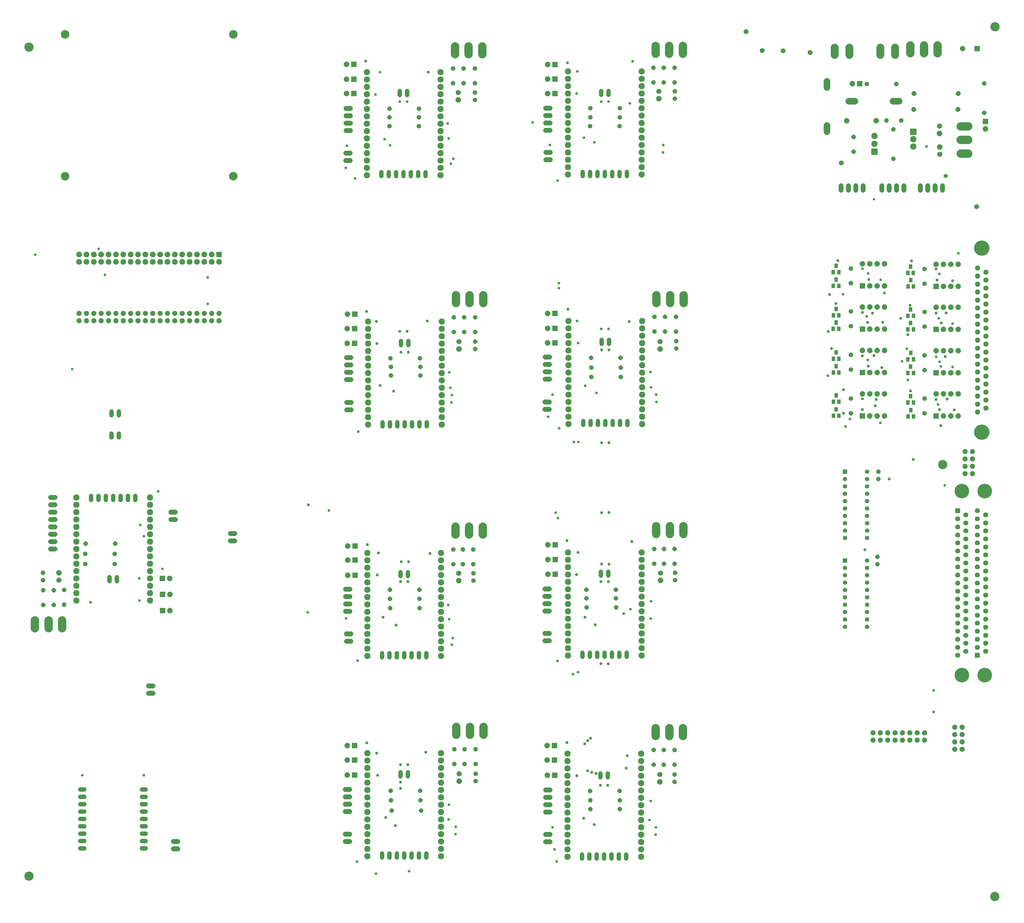
<source format=gbr>
G04 EAGLE Gerber RS-274X export*
G75*
%MOMM*%
%FSLAX34Y34*%
%LPD*%
%INSoldermask Top*%
%IPPOS*%
%AMOC8*
5,1,8,0,0,1.08239X$1,22.5*%
G01*
%ADD10C,3.203200*%
%ADD11R,1.879600X1.879600*%
%ADD12C,1.879600*%
%ADD13C,2.133600*%
%ADD14P,1.951982X8X112.500000*%
%ADD15C,1.803400*%
%ADD16P,1.649562X8X292.500000*%
%ADD17P,1.951982X8X292.500000*%
%ADD18P,1.649562X8X22.500000*%
%ADD19R,1.203200X1.603200*%
%ADD20C,2.298700*%
%ADD21C,1.524000*%
%ADD22C,2.743200*%
%ADD23R,2.183200X2.183200*%
%ADD24C,2.183200*%
%ADD25P,2.034460X8X22.500000*%
%ADD26P,2.034460X8X112.500000*%
%ADD27P,2.034460X8X202.500000*%
%ADD28P,1.759533X8X22.500000*%
%ADD29P,1.649562X8X202.500000*%
%ADD30P,1.759533X8X202.500000*%
%ADD31P,1.649562X8X112.500000*%
%ADD32C,1.727200*%
%ADD33C,2.908300*%
%ADD34R,1.498600X1.498600*%
%ADD35C,1.498600*%
%ADD36R,1.981200X1.981200*%
%ADD37C,1.981200*%
%ADD38C,2.953200*%
%ADD39R,1.753200X1.753200*%
%ADD40C,1.753200*%
%ADD41C,5.053200*%
%ADD42P,1.869504X8X112.500000*%
%ADD43C,5.283200*%
%ADD44P,1.869504X8X22.500000*%
%ADD45R,1.853200X1.853200*%
%ADD46C,1.853200*%
%ADD47P,1.869504X8X292.500000*%
%ADD48P,1.869504X8X202.500000*%
%ADD49C,0.959600*%
%ADD50C,1.009600*%
%ADD51C,1.703200*%
%ADD52C,0.909600*%
%ADD53C,1.403200*%


D10*
X120000Y2980000D03*
X120000Y120000D03*
X3270600Y1540000D03*
X3450300Y3050500D03*
X3449800Y50000D03*
D11*
X2993300Y1707500D03*
D12*
X3018700Y1707500D03*
X3044100Y1707500D03*
X3069500Y1707500D03*
X3069500Y1783700D03*
X3044100Y1783700D03*
X3018700Y1783700D03*
X2993300Y1783700D03*
D11*
X2993100Y2007100D03*
D12*
X3018500Y2007100D03*
X3043900Y2007100D03*
X3069300Y2007100D03*
X3069300Y2083300D03*
X3043900Y2083300D03*
X3018500Y2083300D03*
X2993100Y2083300D03*
D11*
X2993400Y2156300D03*
D12*
X3018800Y2156300D03*
X3044200Y2156300D03*
X3069600Y2156300D03*
X3069600Y2232500D03*
X3044200Y2232500D03*
X3018800Y2232500D03*
X2993400Y2232500D03*
D11*
X3247500Y2154500D03*
D12*
X3272900Y2154500D03*
X3298300Y2154500D03*
X3323700Y2154500D03*
X3323700Y2230700D03*
X3298300Y2230700D03*
X3272900Y2230700D03*
X3247500Y2230700D03*
D11*
X3247000Y1707400D03*
D12*
X3272400Y1707400D03*
X3297800Y1707400D03*
X3323200Y1707400D03*
X3323200Y1783600D03*
X3297800Y1783600D03*
X3272400Y1783600D03*
X3247000Y1783600D03*
D11*
X3247600Y1856500D03*
D12*
X3273000Y1856500D03*
X3298400Y1856500D03*
X3323800Y1856500D03*
X3323800Y1932700D03*
X3298400Y1932700D03*
X3273000Y1932700D03*
X3247600Y1932700D03*
D11*
X2993300Y1857400D03*
D12*
X3018700Y1857400D03*
X3044100Y1857400D03*
X3069500Y1857400D03*
X3069500Y1933600D03*
X3044100Y1933600D03*
X3018700Y1933600D03*
X2993300Y1933600D03*
D11*
X3247300Y2005900D03*
D12*
X3272700Y2005900D03*
X3298100Y2005900D03*
X3323500Y2005900D03*
X3323500Y2082100D03*
X3298100Y2082100D03*
X3272700Y2082100D03*
X3247300Y2082100D03*
D13*
X1977900Y2896000D03*
X1977900Y2870600D03*
X1977900Y2845200D03*
X1977900Y2819800D03*
X1977900Y2794400D03*
X1977900Y2769000D03*
X1977900Y2743600D03*
X1977900Y2718200D03*
X1977900Y2692800D03*
X1977900Y2667400D03*
X1977900Y2642000D03*
X1977900Y2616600D03*
X1977900Y2591200D03*
X1977900Y2565800D03*
X1977900Y2540400D03*
X2231900Y2896000D03*
X2231900Y2870600D03*
X2231900Y2845200D03*
X2231900Y2819800D03*
X2231900Y2794400D03*
X2231900Y2769000D03*
X2231900Y2743600D03*
X2231900Y2718200D03*
X2231900Y2692800D03*
X2231900Y2667400D03*
X2231900Y2642000D03*
X2231900Y2616600D03*
X2231900Y2591200D03*
X2231900Y2565800D03*
X2231900Y2540400D03*
X1284500Y2893500D03*
X1284500Y2868100D03*
X1284500Y2842700D03*
X1284500Y2817300D03*
X1284500Y2791900D03*
X1284500Y2766500D03*
X1284500Y2741100D03*
X1284500Y2715700D03*
X1284500Y2690300D03*
X1284500Y2664900D03*
X1284500Y2639500D03*
X1284500Y2614100D03*
X1284500Y2588700D03*
X1284500Y2563300D03*
X1284500Y2537900D03*
X1538500Y2893500D03*
X1538500Y2868100D03*
X1538500Y2842700D03*
X1538500Y2817300D03*
X1538500Y2791900D03*
X1538500Y2766500D03*
X1538500Y2741100D03*
X1538500Y2715700D03*
X1538500Y2690300D03*
X1538500Y2664900D03*
X1538500Y2639500D03*
X1538500Y2614100D03*
X1538500Y2588700D03*
X1538500Y2563300D03*
X1538500Y2537900D03*
X1980300Y2035100D03*
X1980300Y2009700D03*
X1980300Y1984300D03*
X1980300Y1958900D03*
X1980300Y1933500D03*
X1980300Y1908100D03*
X1980300Y1882700D03*
X1980300Y1857300D03*
X1980300Y1831900D03*
X1980300Y1806500D03*
X1980300Y1781100D03*
X1980300Y1755700D03*
X1980300Y1730300D03*
X1980300Y1704900D03*
X1980300Y1679500D03*
X2234300Y2035100D03*
X2234300Y2009700D03*
X2234300Y1984300D03*
X2234300Y1958900D03*
X2234300Y1933500D03*
X2234300Y1908100D03*
X2234300Y1882700D03*
X2234300Y1857300D03*
X2234300Y1831900D03*
X2234300Y1806500D03*
X2234300Y1781100D03*
X2234300Y1755700D03*
X2234300Y1730300D03*
X2234300Y1704900D03*
X2234300Y1679500D03*
X1288700Y2033300D03*
X1288700Y2007900D03*
X1288700Y1982500D03*
X1288700Y1957100D03*
X1288700Y1931700D03*
X1288700Y1906300D03*
X1288700Y1880900D03*
X1288700Y1855500D03*
X1288700Y1830100D03*
X1288700Y1804700D03*
X1288700Y1779300D03*
X1288700Y1753900D03*
X1288700Y1728500D03*
X1288700Y1703100D03*
X1288700Y1677700D03*
X1542700Y2033300D03*
X1542700Y2007900D03*
X1542700Y1982500D03*
X1542700Y1957100D03*
X1542700Y1931700D03*
X1542700Y1906300D03*
X1542700Y1880900D03*
X1542700Y1855500D03*
X1542700Y1830100D03*
X1542700Y1804700D03*
X1542700Y1779300D03*
X1542700Y1753900D03*
X1542700Y1728500D03*
X1542700Y1703100D03*
X1542700Y1677700D03*
X1978400Y1237000D03*
X1978400Y1211600D03*
X1978400Y1186200D03*
X1978400Y1160800D03*
X1978400Y1135400D03*
X1978400Y1110000D03*
X1978400Y1084600D03*
X1978400Y1059200D03*
X1978400Y1033800D03*
X1978400Y1008400D03*
X1978400Y983000D03*
X1978400Y957600D03*
X1978400Y932200D03*
X1978400Y906800D03*
X1978400Y881400D03*
X2232400Y1237000D03*
X2232400Y1211600D03*
X2232400Y1186200D03*
X2232400Y1160800D03*
X2232400Y1135400D03*
X2232400Y1110000D03*
X2232400Y1084600D03*
X2232400Y1059200D03*
X2232400Y1033800D03*
X2232400Y1008400D03*
X2232400Y983000D03*
X2232400Y957600D03*
X2232400Y932200D03*
X2232400Y906800D03*
X2232400Y881400D03*
X1286400Y1235100D03*
X1286400Y1209700D03*
X1286400Y1184300D03*
X1286400Y1158900D03*
X1286400Y1133500D03*
X1286400Y1108100D03*
X1286400Y1082700D03*
X1286400Y1057300D03*
X1286400Y1031900D03*
X1286400Y1006500D03*
X1286400Y981100D03*
X1286400Y955700D03*
X1286400Y930300D03*
X1286400Y904900D03*
X1286400Y879500D03*
X1540400Y1235100D03*
X1540400Y1209700D03*
X1540400Y1184300D03*
X1540400Y1158900D03*
X1540400Y1133500D03*
X1540400Y1108100D03*
X1540400Y1082700D03*
X1540400Y1057300D03*
X1540400Y1031900D03*
X1540400Y1006500D03*
X1540400Y981100D03*
X1540400Y955700D03*
X1540400Y930300D03*
X1540400Y904900D03*
X1540400Y879500D03*
X1286700Y544200D03*
X1286700Y518800D03*
X1286700Y493400D03*
X1286700Y468000D03*
X1286700Y442600D03*
X1286700Y417200D03*
X1286700Y391800D03*
X1286700Y366400D03*
X1286700Y341000D03*
X1286700Y315600D03*
X1286700Y290200D03*
X1286700Y264800D03*
X1286700Y239400D03*
X1286700Y214000D03*
X1286700Y188600D03*
X1540700Y544200D03*
X1540700Y518800D03*
X1540700Y493400D03*
X1540700Y468000D03*
X1540700Y442600D03*
X1540700Y417200D03*
X1540700Y391800D03*
X1540700Y366400D03*
X1540700Y341000D03*
X1540700Y315600D03*
X1540700Y290200D03*
X1540700Y264800D03*
X1540700Y239400D03*
X1540700Y214000D03*
X1540700Y188600D03*
X1976200Y542400D03*
X1976200Y517000D03*
X1976200Y491600D03*
X1976200Y466200D03*
X1976200Y440800D03*
X1976200Y415400D03*
X1976200Y390000D03*
X1976200Y364600D03*
X1976200Y339200D03*
X1976200Y313800D03*
X1976200Y288400D03*
X1976200Y263000D03*
X1976200Y237600D03*
X1976200Y212200D03*
X1976200Y186800D03*
X2230200Y542400D03*
X2230200Y517000D03*
X2230200Y491600D03*
X2230200Y466200D03*
X2230200Y440800D03*
X2230200Y415400D03*
X2230200Y390000D03*
X2230200Y364600D03*
X2230200Y339200D03*
X2230200Y313800D03*
X2230200Y288400D03*
X2230200Y263000D03*
X2230200Y237600D03*
X2230200Y212200D03*
X2230200Y186800D03*
X536900Y1070800D03*
X536900Y1096200D03*
X536900Y1121600D03*
X536900Y1147000D03*
X536900Y1172400D03*
X536900Y1197800D03*
X536900Y1223200D03*
X536900Y1248600D03*
X536900Y1274000D03*
X536900Y1299400D03*
X536900Y1324800D03*
X536900Y1350200D03*
X536900Y1375600D03*
X536900Y1401000D03*
X536900Y1426400D03*
X282900Y1070800D03*
X282900Y1096200D03*
X282900Y1121600D03*
X282900Y1147000D03*
X282900Y1172400D03*
X282900Y1197800D03*
X282900Y1223200D03*
X282900Y1248600D03*
X282900Y1274000D03*
X282900Y1299400D03*
X282900Y1324800D03*
X282900Y1350200D03*
X282900Y1375600D03*
X282900Y1401000D03*
X282900Y1426400D03*
D14*
X3260000Y2635700D03*
D15*
X3260000Y2610300D03*
D16*
X2345900Y2908800D03*
X2345900Y2858000D03*
D17*
X3259400Y2682300D03*
D15*
X3259400Y2707700D03*
D16*
X2962800Y2669800D03*
X2962800Y2619000D03*
D18*
X3076200Y2726500D03*
X3127000Y2726500D03*
D16*
X2346500Y2827500D03*
X2346500Y2802100D03*
D17*
X2291400Y2802100D03*
D15*
X2291400Y2827500D03*
D19*
X2902900Y1730200D03*
X2912400Y1708200D03*
X2893400Y1708200D03*
X3159700Y2028500D03*
X3169200Y2006500D03*
X3150200Y2006500D03*
X2902600Y2076500D03*
X2912100Y2054500D03*
X2893100Y2054500D03*
X2902500Y2029600D03*
X2912000Y2007600D03*
X2893000Y2007600D03*
X2902500Y2225600D03*
X2912000Y2203600D03*
X2893000Y2203600D03*
X2902400Y2177800D03*
X2911900Y2155800D03*
X2892900Y2155800D03*
X3159400Y2222700D03*
X3168900Y2200700D03*
X3149900Y2200700D03*
X3160400Y2176400D03*
X3169900Y2154400D03*
X3150900Y2154400D03*
D12*
X2939100Y2725600D03*
X3040700Y2725600D03*
D20*
X2870500Y2709578D02*
X2870500Y2688623D01*
X2870500Y2841023D02*
X2870500Y2861978D01*
X2945823Y2793700D02*
X2966778Y2793700D01*
X3098223Y2793700D02*
X3119178Y2793700D01*
D19*
X2902800Y1778100D03*
X2912300Y1756100D03*
X2893300Y1756100D03*
X3159600Y1776000D03*
X3169100Y1754000D03*
X3150100Y1754000D03*
X3160000Y1727800D03*
X3169500Y1705800D03*
X3150500Y1705800D03*
X3159800Y1925000D03*
X3169300Y1903000D03*
X3150300Y1903000D03*
X3159600Y1877400D03*
X3169100Y1855400D03*
X3150100Y1855400D03*
X2902700Y1926600D03*
X2912200Y1904600D03*
X2893200Y1904600D03*
X2902600Y1879400D03*
X2912100Y1857400D03*
X2893100Y1857400D03*
X3159700Y2074600D03*
X3169200Y2052600D03*
X3150200Y2052600D03*
D21*
X310404Y215300D02*
X297196Y215300D01*
X297196Y240700D02*
X310404Y240700D01*
X310404Y266100D02*
X297196Y266100D01*
X297196Y291500D02*
X310404Y291500D01*
X310404Y316900D02*
X297196Y316900D01*
X297196Y342300D02*
X310404Y342300D01*
X310404Y367700D02*
X297196Y367700D01*
X297196Y393100D02*
X310404Y393100D01*
X310404Y418500D02*
X297196Y418500D01*
X509196Y215300D02*
X522404Y215300D01*
X522404Y240700D02*
X509196Y240700D01*
X509196Y266100D02*
X522404Y266100D01*
X522404Y291500D02*
X509196Y291500D01*
X509196Y316900D02*
X522404Y316900D01*
X522404Y342300D02*
X509196Y342300D01*
X509196Y367700D02*
X522404Y367700D01*
X522404Y393100D02*
X509196Y393100D01*
X509196Y418500D02*
X522404Y418500D01*
D22*
X3106440Y2953000D02*
X3106440Y2978400D01*
X2898160Y2978400D02*
X2898160Y2953000D01*
X2948960Y2953000D02*
X2948960Y2978400D01*
X3055640Y2978400D02*
X3055640Y2953000D01*
D23*
X3169000Y2687600D03*
D24*
X3169000Y2662100D03*
X3169000Y2636600D03*
D25*
X1907700Y2919800D03*
D11*
X1933100Y2919800D03*
D26*
X3417900Y2698400D03*
D11*
X3417900Y2723800D03*
D25*
X2959000Y2853900D03*
D11*
X2984400Y2853900D03*
D25*
X1214700Y2920400D03*
D11*
X1240100Y2920400D03*
D25*
X1907800Y2061200D03*
D11*
X1933200Y2061200D03*
D25*
X1217600Y2059000D03*
D11*
X1243000Y2059000D03*
D25*
X1908700Y1263200D03*
D11*
X1934100Y1263200D03*
D25*
X1218600Y1258500D03*
D11*
X1244000Y1258500D03*
D25*
X1217400Y570500D03*
D11*
X1242800Y570500D03*
D25*
X1906400Y570100D03*
D11*
X1931800Y570100D03*
D27*
X605900Y1036300D03*
D11*
X580500Y1036300D03*
D25*
X1907900Y2869800D03*
D11*
X1933300Y2869800D03*
D25*
X1214800Y2869100D03*
D11*
X1240200Y2869100D03*
D25*
X1908000Y2009800D03*
D11*
X1933400Y2009800D03*
D25*
X1217300Y2008800D03*
D11*
X1242700Y2008800D03*
D25*
X1908700Y1212200D03*
D11*
X1934100Y1212200D03*
D25*
X1218600Y1210000D03*
D11*
X1244000Y1210000D03*
D25*
X1217300Y520500D03*
D11*
X1242700Y520500D03*
D25*
X1906300Y520300D03*
D11*
X1931700Y520300D03*
D27*
X605500Y1092200D03*
D11*
X580100Y1092200D03*
D25*
X1908000Y2819700D03*
D11*
X1933400Y2819700D03*
D25*
X1214600Y2819600D03*
D11*
X1240000Y2819600D03*
D25*
X1908100Y1960000D03*
D11*
X1933500Y1960000D03*
D25*
X1217200Y1957700D03*
D11*
X1242600Y1957700D03*
D25*
X1909000Y1161700D03*
D11*
X1934400Y1161700D03*
D25*
X1218900Y1157900D03*
D11*
X1244300Y1157900D03*
D25*
X1217400Y468800D03*
D11*
X1242800Y468800D03*
D25*
X1906800Y467800D03*
D11*
X1932200Y467800D03*
D27*
X604800Y1146600D03*
D11*
X579400Y1146600D03*
D21*
X2181400Y2535396D02*
X2181400Y2548604D01*
X2156000Y2548604D02*
X2156000Y2535396D01*
X2130600Y2535396D02*
X2130600Y2548604D01*
X2105200Y2548604D02*
X2105200Y2535396D01*
X2079800Y2535396D02*
X2079800Y2548604D01*
X2054400Y2548604D02*
X2054400Y2535396D01*
X2029000Y2535396D02*
X2029000Y2548604D01*
X2117900Y2815396D02*
X2117900Y2828604D01*
X2092500Y2828604D02*
X2092500Y2815396D01*
X1487500Y2548204D02*
X1487500Y2534996D01*
X1462100Y2534996D02*
X1462100Y2548204D01*
X1436700Y2548204D02*
X1436700Y2534996D01*
X1411300Y2534996D02*
X1411300Y2548204D01*
X1385900Y2548204D02*
X1385900Y2534996D01*
X1360500Y2534996D02*
X1360500Y2548204D01*
X1335100Y2548204D02*
X1335100Y2534996D01*
X1424000Y2814996D02*
X1424000Y2828204D01*
X1398600Y2828204D02*
X1398600Y2814996D01*
X2183100Y1689804D02*
X2183100Y1676596D01*
X2157700Y1676596D02*
X2157700Y1689804D01*
X2132300Y1689804D02*
X2132300Y1676596D01*
X2106900Y1676596D02*
X2106900Y1689804D01*
X2081500Y1689804D02*
X2081500Y1676596D01*
X2056100Y1676596D02*
X2056100Y1689804D01*
X2030700Y1689804D02*
X2030700Y1676596D01*
X2119600Y1956596D02*
X2119600Y1969804D01*
X2094200Y1969804D02*
X2094200Y1956596D01*
X1491700Y1685304D02*
X1491700Y1672096D01*
X1466300Y1672096D02*
X1466300Y1685304D01*
X1440900Y1685304D02*
X1440900Y1672096D01*
X1415500Y1672096D02*
X1415500Y1685304D01*
X1390100Y1685304D02*
X1390100Y1672096D01*
X1364700Y1672096D02*
X1364700Y1685304D01*
X1339300Y1685304D02*
X1339300Y1672096D01*
X1428200Y1952096D02*
X1428200Y1965304D01*
X1402800Y1965304D02*
X1402800Y1952096D01*
X2180600Y890104D02*
X2180600Y876896D01*
X2155200Y876896D02*
X2155200Y890104D01*
X2129800Y890104D02*
X2129800Y876896D01*
X2104400Y876896D02*
X2104400Y890104D01*
X2079000Y890104D02*
X2079000Y876896D01*
X2053600Y876896D02*
X2053600Y890104D01*
X2028200Y890104D02*
X2028200Y876896D01*
X2117100Y1156896D02*
X2117100Y1170104D01*
X2091700Y1170104D02*
X2091700Y1156896D01*
X1489500Y888404D02*
X1489500Y875196D01*
X1464100Y875196D02*
X1464100Y888404D01*
X1438700Y888404D02*
X1438700Y875196D01*
X1413300Y875196D02*
X1413300Y888404D01*
X1387900Y888404D02*
X1387900Y875196D01*
X1362500Y875196D02*
X1362500Y888404D01*
X1337100Y888404D02*
X1337100Y875196D01*
X1426000Y1155196D02*
X1426000Y1168404D01*
X1400600Y1168404D02*
X1400600Y1155196D01*
X1489800Y197604D02*
X1489800Y184396D01*
X1464400Y184396D02*
X1464400Y197604D01*
X1439000Y197604D02*
X1439000Y184396D01*
X1413600Y184396D02*
X1413600Y197604D01*
X1388200Y197604D02*
X1388200Y184396D01*
X1362800Y184396D02*
X1362800Y197604D01*
X1337400Y197604D02*
X1337400Y184396D01*
X1426300Y464396D02*
X1426300Y477604D01*
X1400900Y477604D02*
X1400900Y464396D01*
X2178900Y194104D02*
X2178900Y180896D01*
X2153500Y180896D02*
X2153500Y194104D01*
X2128100Y194104D02*
X2128100Y180896D01*
X2102700Y180896D02*
X2102700Y194104D01*
X2077300Y194104D02*
X2077300Y180896D01*
X2051900Y180896D02*
X2051900Y194104D01*
X2026500Y194104D02*
X2026500Y180896D01*
X2115400Y460896D02*
X2115400Y474104D01*
X2090000Y474104D02*
X2090000Y460896D01*
X334300Y1417896D02*
X334300Y1431104D01*
X359700Y1431104D02*
X359700Y1417896D01*
X385100Y1417896D02*
X385100Y1431104D01*
X410500Y1431104D02*
X410500Y1417896D01*
X435900Y1417896D02*
X435900Y1431104D01*
X461300Y1431104D02*
X461300Y1417896D01*
X486700Y1417896D02*
X486700Y1431104D01*
X397800Y1151104D02*
X397800Y1137896D01*
X423200Y1137896D02*
X423200Y1151104D01*
D23*
X3034800Y2619100D03*
D24*
X3034800Y2646100D03*
X3034800Y2673100D03*
D28*
X3171200Y2819800D03*
X3323600Y2819800D03*
D29*
X2160200Y1874300D03*
X2058600Y1874300D03*
X2159400Y1907900D03*
X2057800Y1907900D03*
X1469500Y1847200D03*
X1367900Y1847200D03*
X1469300Y1876700D03*
X1367700Y1876700D03*
X1468100Y1906300D03*
X1366500Y1906300D03*
X2143900Y1046900D03*
X2042300Y1046900D03*
X2143700Y1077900D03*
X2042100Y1077900D03*
X2143500Y1108100D03*
X2041900Y1108100D03*
X1466800Y1044700D03*
X1365200Y1044700D03*
X1466100Y1076200D03*
X1364500Y1076200D03*
D30*
X3322500Y2765000D03*
X3170100Y2765000D03*
D29*
X1466300Y1108000D03*
X1364700Y1108000D03*
X1472200Y345900D03*
X1370600Y345900D03*
X1469400Y381700D03*
X1367800Y381700D03*
X1468400Y414300D03*
X1366800Y414300D03*
X2157300Y350800D03*
X2055700Y350800D03*
X2156700Y381100D03*
X2055100Y381100D03*
X2155700Y413900D03*
X2054100Y413900D03*
D18*
X315100Y1267300D03*
X416700Y1267300D03*
X314100Y1231800D03*
X415700Y1231800D03*
X314000Y1197200D03*
X415600Y1197200D03*
D29*
X2156000Y2707000D03*
X2054400Y2707000D03*
D31*
X3413600Y2753200D03*
X3413600Y2854800D03*
D18*
X3008900Y2853300D03*
X3110500Y2853300D03*
D16*
X3100300Y2696100D03*
X3100300Y2594500D03*
D29*
X2156900Y2737600D03*
X2055300Y2737600D03*
X2157100Y2768900D03*
X2055500Y2768900D03*
X1464300Y2707500D03*
X1362700Y2707500D03*
X1464100Y2737800D03*
X1362500Y2737800D03*
X1464100Y2767000D03*
X1362500Y2767000D03*
X2160400Y1842300D03*
X2058800Y1842300D03*
D32*
X633320Y239500D02*
X618080Y239500D01*
X618080Y214100D02*
X633320Y214100D01*
X1901980Y2591300D02*
X1917220Y2591300D01*
X1917220Y2616700D02*
X1901980Y2616700D01*
X1227120Y2589000D02*
X1211880Y2589000D01*
X1211880Y2614400D02*
X1227120Y2614400D01*
X1898380Y1730100D02*
X1913620Y1730100D01*
X1913620Y1755500D02*
X1898380Y1755500D01*
X1230420Y1728500D02*
X1215180Y1728500D01*
X1215180Y1753900D02*
X1230420Y1753900D01*
X1898380Y932000D02*
X1913620Y932000D01*
X1913620Y957400D02*
X1898380Y957400D01*
X1229520Y930300D02*
X1214280Y930300D01*
X1214280Y955700D02*
X1229520Y955700D01*
X1225820Y239400D02*
X1210580Y239400D01*
X1210580Y264800D02*
X1225820Y264800D01*
X1901280Y238100D02*
X1916520Y238100D01*
X1916520Y263500D02*
X1901280Y263500D01*
X624420Y1375700D02*
X609180Y1375700D01*
X609180Y1350300D02*
X624420Y1350300D01*
D33*
X3252590Y2958975D02*
X3252590Y2986026D01*
X3205600Y2986026D02*
X3205600Y2958975D01*
X3158610Y2958975D02*
X3158610Y2986026D01*
X2374390Y2984526D02*
X2374390Y2957475D01*
X2327400Y2957475D02*
X2327400Y2984526D01*
X2280410Y2984526D02*
X2280410Y2957475D01*
X1682690Y2955175D02*
X1682690Y2982226D01*
X1635700Y2982226D02*
X1635700Y2955175D01*
X1588710Y2955175D02*
X1588710Y2982226D01*
X2377190Y2124026D02*
X2377190Y2096975D01*
X2330200Y2096975D02*
X2330200Y2124026D01*
X2283210Y2124026D02*
X2283210Y2096975D01*
X1685890Y2096675D02*
X1685890Y2123726D01*
X1638900Y2123726D02*
X1638900Y2096675D01*
X1591910Y2096675D02*
X1591910Y2123726D01*
X2376590Y1326926D02*
X2376590Y1299875D01*
X2329600Y1299875D02*
X2329600Y1326926D01*
X2282610Y1326926D02*
X2282610Y1299875D01*
X1684190Y1298175D02*
X1684190Y1325226D01*
X1637200Y1325226D02*
X1637200Y1298175D01*
X1590210Y1298175D02*
X1590210Y1325226D01*
X1687190Y634626D02*
X1687190Y607575D01*
X1640200Y607575D02*
X1640200Y634626D01*
X1593210Y634626D02*
X1593210Y607575D01*
X2374590Y603275D02*
X2374590Y630326D01*
X2327600Y630326D02*
X2327600Y603275D01*
X2280610Y603275D02*
X2280610Y630326D01*
X140210Y974675D02*
X140210Y1001726D01*
X187200Y1001726D02*
X187200Y974675D01*
X234190Y974675D02*
X234190Y1001726D01*
D34*
X2933600Y1209100D03*
D35*
X2933600Y1183700D03*
X2933600Y1158300D03*
X2933600Y1132900D03*
X2933600Y1107500D03*
X2933600Y1082100D03*
X2933600Y1056700D03*
X2933600Y1031300D03*
X2933600Y1005900D03*
X2933600Y980500D03*
X3009800Y980500D03*
X3009800Y1005900D03*
X3009800Y1031300D03*
X3009800Y1056700D03*
X3009800Y1082100D03*
X3009800Y1107500D03*
X3009800Y1132900D03*
X3009800Y1158300D03*
X3009800Y1183700D03*
X3009800Y1209100D03*
D34*
X2933200Y1515100D03*
D35*
X2933200Y1489700D03*
X2933200Y1464300D03*
X2933200Y1438900D03*
X2933200Y1413500D03*
X2933200Y1388100D03*
X2933200Y1362700D03*
X2933200Y1337300D03*
X2933200Y1311900D03*
X2933200Y1286500D03*
X3009400Y1286500D03*
X3009400Y1311900D03*
X3009400Y1337300D03*
X3009400Y1362700D03*
X3009400Y1388100D03*
X3009400Y1413500D03*
X3009400Y1438900D03*
X3009400Y1464300D03*
X3009400Y1489700D03*
X3009400Y1515100D03*
D36*
X775200Y2264700D03*
D37*
X775200Y2239300D03*
X749800Y2264700D03*
X749800Y2239300D03*
X724400Y2264700D03*
X724400Y2239300D03*
X699000Y2264700D03*
X699000Y2239300D03*
X673600Y2264700D03*
X673600Y2239300D03*
X648200Y2264700D03*
X648200Y2239300D03*
X622800Y2264700D03*
X622800Y2239300D03*
X597400Y2264700D03*
X597400Y2239300D03*
X572000Y2264700D03*
X572000Y2239300D03*
X546600Y2264700D03*
X546600Y2239300D03*
X521200Y2264700D03*
X521200Y2239300D03*
X495800Y2264700D03*
X495800Y2239300D03*
X470400Y2264700D03*
X470400Y2239300D03*
X445000Y2264700D03*
X445000Y2239300D03*
X419600Y2264700D03*
X419600Y2239300D03*
X394200Y2264700D03*
X394200Y2239300D03*
X368800Y2264700D03*
X368800Y2239300D03*
X343400Y2264700D03*
X343400Y2239300D03*
X318000Y2264700D03*
X318000Y2239300D03*
X292600Y2264700D03*
X292600Y2239300D03*
D38*
X824600Y3024200D03*
X824600Y2534200D03*
X244600Y3024200D03*
X244600Y2534200D03*
D39*
X3321800Y1380200D03*
D40*
X3321800Y1352500D03*
X3321800Y1324800D03*
X3321800Y1297100D03*
X3321800Y1269400D03*
X3321800Y1241700D03*
X3321800Y1214000D03*
X3321800Y1186300D03*
X3321800Y1158600D03*
X3321800Y1130900D03*
X3321800Y1103200D03*
X3321800Y1075500D03*
X3321800Y1047800D03*
X3321800Y1020100D03*
X3321800Y992400D03*
X3321800Y964700D03*
X3321800Y937000D03*
X3321800Y909300D03*
X3321800Y881600D03*
D39*
X3389800Y881600D03*
D40*
X3389800Y909300D03*
X3389800Y937000D03*
X3389800Y964700D03*
X3389800Y992400D03*
X3389800Y1020100D03*
X3389800Y1047800D03*
X3389800Y1075500D03*
X3389800Y1103200D03*
X3389800Y1130900D03*
X3389800Y1158600D03*
X3389800Y1186300D03*
X3389800Y1214000D03*
X3389800Y1241700D03*
X3389800Y1269400D03*
X3389800Y1297100D03*
X3389800Y1324800D03*
X3389800Y1352500D03*
X3389800Y1380200D03*
X3350200Y1366350D03*
X3350200Y1338650D03*
X3350200Y1310950D03*
X3350200Y1283250D03*
X3350200Y1255550D03*
X3350200Y1227850D03*
X3350200Y1200150D03*
X3350200Y1172450D03*
X3350200Y1144750D03*
X3350200Y1117050D03*
X3350200Y1089350D03*
X3350200Y1061650D03*
X3350200Y1033950D03*
X3350200Y1006250D03*
X3350200Y978550D03*
X3350200Y950850D03*
X3350200Y923150D03*
X3350200Y895450D03*
X3418200Y895450D03*
X3418200Y923150D03*
X3418200Y950850D03*
X3418200Y978550D03*
X3418200Y1006250D03*
X3418200Y1033950D03*
X3418200Y1061650D03*
X3418200Y1089350D03*
X3418200Y1117050D03*
X3418200Y1144750D03*
X3418200Y1172450D03*
X3418200Y1200150D03*
X3418200Y1227850D03*
X3418200Y1255550D03*
X3418200Y1283250D03*
X3418200Y1310950D03*
X3418200Y1338650D03*
X3418200Y1366350D03*
D41*
X3336000Y813400D03*
X3336000Y1448400D03*
X3415000Y813400D03*
X3415000Y1448400D03*
D42*
X3390800Y2217512D03*
X3390800Y2189826D03*
X3390800Y2162394D03*
X3390800Y2134708D03*
X3390800Y2107022D03*
X3390800Y2079590D03*
X3390800Y2051904D03*
X3390800Y2024218D03*
X3390800Y1996786D03*
X3390800Y1969100D03*
X3390800Y1941414D03*
X3390800Y1913982D03*
X3390800Y1886296D03*
X3419200Y2203796D03*
X3419200Y2176110D03*
X3419200Y2148424D03*
X3419200Y2120992D03*
X3419200Y2093306D03*
X3419200Y2065620D03*
X3419200Y2038188D03*
X3419200Y2010502D03*
X3419200Y1982816D03*
X3419200Y1955384D03*
X3419200Y1927698D03*
X3419200Y1900012D03*
X3390800Y1858610D03*
X3390800Y1830924D03*
X3390800Y1803492D03*
X3390800Y1775806D03*
X3419200Y1872580D03*
X3419200Y1844894D03*
X3419200Y1817208D03*
X3419200Y1789522D03*
X3390800Y1748120D03*
X3390800Y1720688D03*
X3419200Y1762090D03*
X3419200Y1734404D03*
D43*
X3405000Y1651600D03*
X3405000Y2286600D03*
D44*
X3029700Y588600D03*
X3055100Y588600D03*
X3080500Y588600D03*
X3105900Y588600D03*
X3131300Y588600D03*
X3156700Y588600D03*
X3029700Y614000D03*
X3055100Y614000D03*
X3080500Y614000D03*
X3105900Y614000D03*
X3131300Y614000D03*
X3156700Y614000D03*
X3182100Y588600D03*
X3207500Y588600D03*
X3182100Y614000D03*
X3207500Y614000D03*
D45*
X3389000Y2975000D03*
D46*
X3339000Y2975000D03*
D33*
X3331675Y2706590D02*
X3358726Y2706590D01*
X3358726Y2659600D02*
X3331675Y2659600D01*
X3331675Y2612610D02*
X3358726Y2612610D01*
D16*
X1657100Y2823400D03*
X1657100Y2798000D03*
D17*
X1599700Y2798000D03*
D15*
X1599700Y2823400D03*
D16*
X1657000Y2906100D03*
X1657000Y2855300D03*
X2351500Y1965900D03*
X2351500Y1940500D03*
D17*
X2295600Y1938600D03*
D15*
X2295600Y1964000D03*
D16*
X2351200Y2049300D03*
X2351200Y1998500D03*
X1658200Y1963900D03*
X1658200Y1938500D03*
D17*
X1602600Y1938700D03*
D15*
X1602600Y1964100D03*
D16*
X1658200Y2047400D03*
X1658200Y1996600D03*
X2347600Y1166100D03*
X2347600Y1140700D03*
D17*
X2297200Y1140300D03*
D15*
X2297200Y1165700D03*
D16*
X2345500Y1248300D03*
X2345500Y1197500D03*
X1652100Y1165000D03*
X1652100Y1139600D03*
D17*
X1601500Y1139500D03*
D15*
X1601500Y1164900D03*
D16*
X1651800Y1246700D03*
X1651800Y1195900D03*
X1659700Y473100D03*
X1659700Y447700D03*
D17*
X1603400Y447900D03*
D15*
X1603400Y473300D03*
D16*
X1659900Y557600D03*
X1659900Y506800D03*
X2346000Y470700D03*
X2346000Y445300D03*
D17*
X2295000Y445300D03*
D15*
X2295000Y470700D03*
D16*
X2345800Y555100D03*
X2345800Y504300D03*
X2308400Y2908700D03*
X2308400Y2857900D03*
X2273300Y2908600D03*
X2273300Y2857800D03*
X1618600Y2906200D03*
X1618600Y2855400D03*
X1582100Y2906200D03*
X1582100Y2855400D03*
X2312500Y2049600D03*
X2312500Y1998800D03*
X2276300Y2049400D03*
X2276300Y1998600D03*
X1619800Y2047500D03*
X1619800Y1996700D03*
X1584900Y2047400D03*
X1584900Y1996600D03*
X2309100Y1248900D03*
X2309100Y1198100D03*
X2275600Y1248800D03*
X2275600Y1198000D03*
X1615700Y1246800D03*
X1615700Y1196000D03*
X1583000Y1246700D03*
X1583000Y1195900D03*
X1621800Y557900D03*
X1621800Y507100D03*
X1586100Y558000D03*
X1586100Y507200D03*
X2308600Y555100D03*
X2308600Y504300D03*
X2273500Y554900D03*
X2273500Y504100D03*
D31*
X168200Y1140600D03*
X168200Y1166000D03*
D14*
X223300Y1166000D03*
D15*
X223300Y1140600D03*
D31*
X168700Y1055300D03*
X168700Y1106100D03*
X205400Y1055600D03*
X205400Y1106400D03*
X240500Y1056100D03*
X240500Y1106900D03*
D32*
X2920100Y2485980D02*
X2920100Y2501220D01*
X2945500Y2501220D02*
X2945500Y2485980D01*
X2970900Y2485980D02*
X2970900Y2501220D01*
X2996300Y2501220D02*
X2996300Y2485980D01*
X3193500Y2486080D02*
X3193500Y2501320D01*
X3218900Y2501320D02*
X3218900Y2486080D01*
X3244300Y2486080D02*
X3244300Y2501320D01*
X3269700Y2501320D02*
X3269700Y2486080D01*
X3059900Y2486280D02*
X3059900Y2501520D01*
X3085300Y2501520D02*
X3085300Y2486280D01*
X3110700Y2486280D02*
X3110700Y2501520D01*
X3136100Y2501520D02*
X3136100Y2486280D01*
D47*
X3347300Y1584200D03*
X3347300Y1558800D03*
X3347300Y1533400D03*
X3347300Y1508000D03*
X3372700Y1584200D03*
X3372700Y1558800D03*
X3372700Y1533400D03*
X3372700Y1508000D03*
X3311700Y634200D03*
X3311700Y608800D03*
X3311700Y583400D03*
X3311700Y558000D03*
X3337100Y634200D03*
X3337100Y608800D03*
X3337100Y583400D03*
X3337100Y558000D03*
D32*
X547420Y750400D02*
X532180Y750400D01*
X532180Y775800D02*
X547420Y775800D01*
X813980Y1276200D02*
X829220Y1276200D01*
X829220Y1301600D02*
X813980Y1301600D01*
D16*
X3045300Y1221300D03*
X3045300Y1195900D03*
X3048300Y1514900D03*
X3048300Y1489500D03*
D48*
X775100Y2035900D03*
X749700Y2035900D03*
X724300Y2035900D03*
X698900Y2035900D03*
X673500Y2035900D03*
X648100Y2035900D03*
X775100Y2061300D03*
X749700Y2061300D03*
X724300Y2061300D03*
X698900Y2061300D03*
X673500Y2061300D03*
X648100Y2061300D03*
X622700Y2035900D03*
X622700Y2061300D03*
X597300Y2035900D03*
X571900Y2035900D03*
X546500Y2035900D03*
X521100Y2035900D03*
X495700Y2035900D03*
X470300Y2035900D03*
X597300Y2061300D03*
X571900Y2061300D03*
X546500Y2061300D03*
X521100Y2061300D03*
X495700Y2061300D03*
X470300Y2061300D03*
X444900Y2035900D03*
X444900Y2061300D03*
X419500Y2035900D03*
X394100Y2035900D03*
X368700Y2035900D03*
X343300Y2035900D03*
X317900Y2035900D03*
X292500Y2035900D03*
X419500Y2061300D03*
X394100Y2061300D03*
X368700Y2061300D03*
X343300Y2061300D03*
X317900Y2061300D03*
X292500Y2061300D03*
D16*
X3207700Y1767600D03*
X3207700Y1716800D03*
X2953500Y1767800D03*
X2953500Y1717000D03*
X3207500Y1916400D03*
X3207500Y1865600D03*
X2953500Y1917800D03*
X2953500Y1867000D03*
X3207700Y2066400D03*
X3207700Y2015600D03*
X2953200Y2068000D03*
X2953200Y2017200D03*
X3207600Y2214900D03*
X3207600Y2164100D03*
X2953400Y2216600D03*
X2953400Y2165800D03*
D21*
X404200Y1646704D02*
X404200Y1633496D01*
X429600Y1633496D02*
X429600Y1646704D01*
X429600Y1709696D02*
X429600Y1722904D01*
X404200Y1722904D02*
X404200Y1709696D01*
D32*
X1901080Y2693200D02*
X1916320Y2693200D01*
X1916320Y2718600D02*
X1901080Y2718600D01*
X1901080Y2744000D02*
X1916320Y2744000D01*
X1916320Y2769400D02*
X1901080Y2769400D01*
X1227920Y2691800D02*
X1212680Y2691800D01*
X1212680Y2717200D02*
X1227920Y2717200D01*
X1227920Y2742600D02*
X1212680Y2742600D01*
X1212680Y2768000D02*
X1227920Y2768000D01*
X1899380Y1834700D02*
X1914620Y1834700D01*
X1914620Y1860100D02*
X1899380Y1860100D01*
X1899380Y1885500D02*
X1914620Y1885500D01*
X1914620Y1910900D02*
X1899380Y1910900D01*
X1230220Y1832600D02*
X1214980Y1832600D01*
X1214980Y1858000D02*
X1230220Y1858000D01*
X1230220Y1883400D02*
X1214980Y1883400D01*
X1214980Y1908800D02*
X1230220Y1908800D01*
X1901080Y341000D02*
X1916320Y341000D01*
X1916320Y366400D02*
X1901080Y366400D01*
X1901080Y391800D02*
X1916320Y391800D01*
X1916320Y417200D02*
X1901080Y417200D01*
X1225420Y342500D02*
X1210180Y342500D01*
X1210180Y367900D02*
X1225420Y367900D01*
X1225420Y393300D02*
X1210180Y393300D01*
X1210180Y418700D02*
X1225420Y418700D01*
X1226320Y1033700D02*
X1211080Y1033700D01*
X1211080Y1059100D02*
X1226320Y1059100D01*
X1226320Y1084500D02*
X1211080Y1084500D01*
X1211080Y1109900D02*
X1226320Y1109900D01*
X1898580Y1034500D02*
X1913820Y1034500D01*
X1913820Y1059900D02*
X1898580Y1059900D01*
X1898580Y1085300D02*
X1913820Y1085300D01*
X1913820Y1110700D02*
X1898580Y1110700D01*
X209720Y1248900D02*
X194480Y1248900D01*
X194480Y1274300D02*
X209720Y1274300D01*
X209720Y1299700D02*
X194480Y1299700D01*
X194480Y1325100D02*
X209720Y1325100D01*
X209720Y1350500D02*
X194480Y1350500D01*
X194480Y1375900D02*
X209720Y1375900D01*
X209720Y1401300D02*
X194480Y1401300D01*
X194480Y1426700D02*
X209720Y1426700D01*
D49*
X1856700Y2720100D03*
X1946600Y2165600D03*
X1909400Y1704700D03*
X1212300Y2563300D03*
X1998300Y1617500D03*
X1936300Y1373800D03*
X1995200Y816400D03*
X1931600Y212200D03*
X1153700Y1381800D03*
D50*
X1083500Y1401000D03*
D49*
X1915400Y2642100D03*
X1947100Y2148100D03*
X1925200Y1781000D03*
X1216400Y2639700D03*
X2014000Y1617700D03*
X1943500Y1355300D03*
X2013100Y823700D03*
X1924900Y288500D03*
X1080700Y1030000D03*
X1212900Y1009300D03*
D50*
X2993100Y1729800D03*
D49*
X1575800Y1754000D03*
D50*
X2928200Y1797600D03*
D49*
X1578200Y1779118D03*
D50*
X3285500Y1766100D03*
X3247000Y1763900D03*
X3040600Y1764500D03*
X2993200Y1766600D03*
D49*
X3247500Y1911600D03*
D50*
X2928300Y1717000D03*
X3278900Y1912100D03*
X3033400Y1915300D03*
X2993300Y1914500D03*
X3282500Y2062700D03*
X3247300Y2061900D03*
X3028400Y2062000D03*
X2993100Y2065000D03*
X3247500Y2214200D03*
X3168900Y1557800D03*
X3002300Y1246200D03*
D49*
X2993400Y2215700D03*
X2926800Y2127100D03*
D51*
X3386800Y2429300D03*
D50*
X3263500Y1674700D03*
X3037800Y1742800D03*
D49*
X2935300Y1671200D03*
X3055600Y1684000D03*
X3149700Y1831900D03*
X3129500Y1896100D03*
X2873700Y1846000D03*
D50*
X2875900Y1998900D03*
X3149800Y1987500D03*
X3125500Y2044000D03*
X3060000Y1874400D03*
X3310400Y1728500D03*
X3064000Y2031000D03*
X3304200Y2174100D03*
X2880100Y2126200D03*
X3070000Y2131900D03*
D49*
X3055800Y2177600D03*
X3324100Y2268600D03*
X3254000Y1747400D03*
X3304200Y1876400D03*
X3259400Y1894500D03*
X3304000Y2025400D03*
X3257100Y2044000D03*
X3258000Y2197200D03*
X2950100Y1697200D03*
X3012300Y1900400D03*
X3007900Y2051500D03*
X3012900Y2199600D03*
D50*
X1496600Y2893300D03*
X2189200Y2033000D03*
X1493000Y2035100D03*
X2198600Y1274000D03*
X1502400Y1233300D03*
X1487900Y547300D03*
X2182100Y535600D03*
X1280600Y2931500D03*
X1976800Y2926100D03*
X1283600Y2068400D03*
X1977900Y2075600D03*
X1286400Y1263400D03*
X1974800Y1277000D03*
X1285100Y579500D03*
X1974800Y580300D03*
X332200Y1064700D03*
X3085800Y1489600D03*
D51*
X2920700Y2580200D03*
X2591700Y3032900D03*
X2647800Y2968400D03*
X2720000Y2966900D03*
X2812900Y2961100D03*
D52*
X579500Y1179600D03*
X3033400Y2455400D03*
X3276700Y1467900D03*
D49*
X515800Y467700D03*
X303800Y468000D03*
X736500Y2185400D03*
X736300Y2094400D03*
X2200800Y2930600D03*
X2191700Y2785800D03*
X1563700Y2716300D03*
X2264300Y1806500D03*
X1567200Y2664900D03*
X2263000Y1859200D03*
X1572300Y1804700D03*
X1568600Y1858500D03*
X1565300Y1055300D03*
X2263200Y1008400D03*
X2264600Y1068500D03*
X2263300Y378600D03*
X1567400Y366000D03*
X1566900Y315600D03*
X2259600Y313800D03*
X1568800Y1006500D03*
D50*
X3159100Y1793368D03*
D49*
X2282500Y1781200D03*
D50*
X3259600Y1729500D03*
D49*
X2283000Y1755800D03*
X3147000Y1939318D03*
X2170800Y1025600D03*
X3264200Y1878700D03*
X2193500Y1040700D03*
D50*
X2886600Y1940200D03*
D49*
X1580800Y940800D03*
D50*
X3014100Y1879300D03*
D49*
X1577400Y918700D03*
D50*
X3157300Y2089568D03*
D49*
X1591000Y290200D03*
D50*
X3264900Y2028200D03*
D49*
X1590600Y264800D03*
D50*
X2902100Y2095200D03*
D49*
X2281300Y288118D03*
D50*
X3011300Y2029600D03*
D49*
X2280600Y263100D03*
D50*
X2908900Y2242900D03*
D49*
X1582900Y2595100D03*
D50*
X3015400Y2178100D03*
D49*
X1574040Y2577840D03*
D50*
X3162900Y2242700D03*
D49*
X2306900Y2642200D03*
D50*
X3251000Y2176200D03*
D49*
X2306000Y2616800D03*
X500500Y1070900D03*
X564900Y1447800D03*
X503600Y1331500D03*
X516400Y1292200D03*
X499800Y1147200D03*
X1942600Y2519000D03*
X2068700Y2651800D03*
X2033000Y2667800D03*
X2007600Y2819700D03*
X1346100Y2662600D03*
X1243900Y2526700D03*
X1364600Y2641500D03*
X1314700Y2816600D03*
X1947500Y1664800D03*
X2037800Y1811300D03*
X2076200Y1787000D03*
X2013100Y1959000D03*
D50*
X1330550Y1812550D03*
D49*
X1255600Y1653500D03*
D50*
X1377500Y1793300D03*
X1319300Y1957200D03*
D49*
X1423900Y2792200D03*
D50*
X1428400Y1204400D03*
X1427900Y1927100D03*
X1424000Y1999100D03*
X1426000Y1136100D03*
X1426000Y504200D03*
X1400900Y422900D03*
X2115100Y432800D03*
X2117100Y1135800D03*
X2117100Y852200D03*
X2119600Y1935200D03*
X2119600Y1615100D03*
X2119600Y1374700D03*
X2119600Y1196400D03*
D49*
X2117900Y2792000D03*
X2117900Y2007700D03*
X1398500Y2792200D03*
D50*
X1403000Y1204600D03*
X1402500Y1927600D03*
X1398500Y1999300D03*
X1400600Y1135900D03*
X1400600Y504100D03*
X1400900Y444400D03*
X2090000Y433200D03*
X2091700Y1136000D03*
X2091700Y852800D03*
X2094200Y1935100D03*
X2094200Y1615000D03*
X2094200Y1374100D03*
X2094200Y1197200D03*
D49*
X2092500Y2791800D03*
X2092500Y2008100D03*
X1430700Y136600D03*
X1316300Y128000D03*
D50*
X2036800Y1013500D03*
D49*
X1941700Y862500D03*
D50*
X2072000Y987200D03*
X2007500Y1160500D03*
X1340800Y1013300D03*
D49*
X1252800Y863200D03*
D50*
X1385800Y985800D03*
X1320100Y1159000D03*
X1350000Y322500D03*
D49*
X1251200Y169700D03*
D50*
X1383200Y293900D03*
X1322000Y468000D03*
X2032700Y319600D03*
D49*
X1939100Y170600D03*
D50*
X2068500Y297500D03*
X2009100Y466200D03*
X2046100Y482967D03*
X2036200Y576600D03*
X2060178Y477678D03*
X2046300Y587000D03*
X2074400Y474200D03*
X2055900Y595500D03*
D52*
X381400Y2194200D03*
X268500Y1868800D03*
X360000Y2284200D03*
X141200Y2263700D03*
D49*
X3238600Y761100D03*
X3238600Y686100D03*
D53*
X3280100Y2535300D03*
D50*
X3214400Y2636800D03*
D49*
X2010600Y2895900D03*
X1329800Y2893500D03*
X2010000Y2035000D03*
D50*
X1317600Y2033500D03*
X2012700Y1236800D03*
X2178900Y492500D03*
X1318500Y544300D03*
X1324400Y1235000D03*
M02*

</source>
